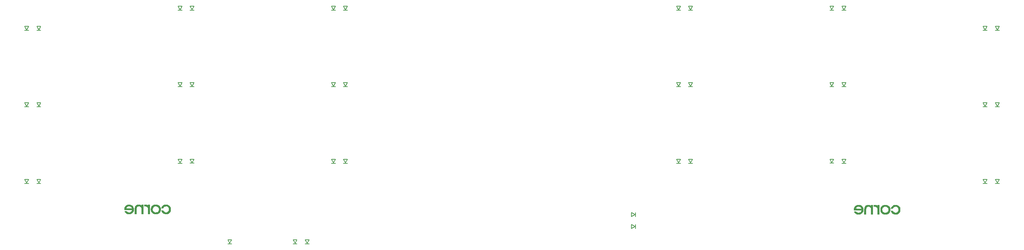
<source format=gbo>
G04 #@! TF.GenerationSoftware,KiCad,Pcbnew,(6.0.8-1)-1*
G04 #@! TF.CreationDate,2023-02-08T14:44:23+02:00*
G04 #@! TF.ProjectId,corne-light,636f726e-652d-46c6-9967-68742e6b6963,2.0*
G04 #@! TF.SameCoordinates,Original*
G04 #@! TF.FileFunction,Legend,Bot*
G04 #@! TF.FilePolarity,Positive*
%FSLAX46Y46*%
G04 Gerber Fmt 4.6, Leading zero omitted, Abs format (unit mm)*
G04 Created by KiCad (PCBNEW (6.0.8-1)-1) date 2023-02-08 14:44:23*
%MOMM*%
%LPD*%
G01*
G04 APERTURE LIST*
%ADD10C,0.150000*%
%ADD11C,0.010000*%
G04 APERTURE END LIST*
D10*
X271184847Y-84420432D02*
X270184847Y-84420432D01*
X270684847Y-84320432D02*
X271184847Y-83420432D01*
X271184847Y-83420432D02*
X270184847Y-83420432D01*
X270184847Y-83420432D02*
X270684847Y-84320432D01*
X233184847Y-79420432D02*
X232184847Y-79420432D01*
X232184847Y-78420432D02*
X232684847Y-79320432D01*
X232684847Y-79320432D02*
X233184847Y-78420432D01*
X233184847Y-78420432D02*
X232184847Y-78420432D01*
X230184847Y-78415432D02*
X229184847Y-78415432D01*
X229184847Y-78415432D02*
X229684847Y-79315432D01*
X230184847Y-79415432D02*
X229184847Y-79415432D01*
X229684847Y-79315432D02*
X230184847Y-78415432D01*
X194684847Y-79320432D02*
X195184847Y-78420432D01*
X195184847Y-78420432D02*
X194184847Y-78420432D01*
X194184847Y-78420432D02*
X194684847Y-79320432D01*
X195184847Y-79420432D02*
X194184847Y-79420432D01*
X191184847Y-78420432D02*
X191684847Y-79320432D01*
X192184847Y-78420432D02*
X191184847Y-78420432D01*
X192184847Y-79420432D02*
X191184847Y-79420432D01*
X191684847Y-79320432D02*
X192184847Y-78420432D01*
X180037500Y-91645000D02*
X180037500Y-92645000D01*
X180937500Y-92145000D02*
X180037500Y-91645000D01*
X181037500Y-91645000D02*
X181037500Y-92645000D01*
X180037500Y-92645000D02*
X180937500Y-92145000D01*
X181037500Y-94645000D02*
X181037500Y-95645000D01*
X180937500Y-95145000D02*
X180037500Y-94645000D01*
X180037500Y-95645000D02*
X180937500Y-95145000D01*
X180037500Y-94645000D02*
X180037500Y-95645000D01*
X270184847Y-45420432D02*
X270684847Y-46320432D01*
X270684847Y-46320432D02*
X271184847Y-45420432D01*
X271184847Y-46420432D02*
X270184847Y-46420432D01*
X271184847Y-45420432D02*
X270184847Y-45420432D01*
X267684847Y-46320432D02*
X268184847Y-45420432D01*
X268184847Y-46420432D02*
X267184847Y-46420432D01*
X267184847Y-45420432D02*
X267684847Y-46320432D01*
X268184847Y-45420432D02*
X267184847Y-45420432D01*
X233184847Y-41420432D02*
X232184847Y-41420432D01*
X233184847Y-40420432D02*
X232184847Y-40420432D01*
X232684847Y-41320432D02*
X233184847Y-40420432D01*
X232184847Y-40420432D02*
X232684847Y-41320432D01*
X229184847Y-40415432D02*
X229684847Y-41315432D01*
X230184847Y-40415432D02*
X229184847Y-40415432D01*
X230184847Y-41415432D02*
X229184847Y-41415432D01*
X229684847Y-41315432D02*
X230184847Y-40415432D01*
X194184847Y-40420432D02*
X194684847Y-41320432D01*
X194684847Y-41320432D02*
X195184847Y-40420432D01*
X195184847Y-41420432D02*
X194184847Y-41420432D01*
X195184847Y-40420432D02*
X194184847Y-40420432D01*
X192184847Y-41420432D02*
X191184847Y-41420432D01*
X191184847Y-40420432D02*
X191684847Y-41320432D01*
X192184847Y-40420432D02*
X191184847Y-40420432D01*
X191684847Y-41320432D02*
X192184847Y-40420432D01*
X270184847Y-64420432D02*
X270684847Y-65320432D01*
X271184847Y-64420432D02*
X270184847Y-64420432D01*
X270684847Y-65320432D02*
X271184847Y-64420432D01*
X271184847Y-65420432D02*
X270184847Y-65420432D01*
X267684847Y-65320432D02*
X268184847Y-64420432D01*
X268184847Y-64420432D02*
X267184847Y-64420432D01*
X268184847Y-65420432D02*
X267184847Y-65420432D01*
X267184847Y-64420432D02*
X267684847Y-65320432D01*
X233184847Y-59420432D02*
X232184847Y-59420432D01*
X232684847Y-60320432D02*
X233184847Y-59420432D01*
X232184847Y-59420432D02*
X232684847Y-60320432D01*
X233184847Y-60420432D02*
X232184847Y-60420432D01*
X229184847Y-59415432D02*
X229684847Y-60315432D01*
X230184847Y-59415432D02*
X229184847Y-59415432D01*
X230184847Y-60415432D02*
X229184847Y-60415432D01*
X229684847Y-60315432D02*
X230184847Y-59415432D01*
X194184847Y-59420432D02*
X194684847Y-60320432D01*
X195184847Y-60420432D02*
X194184847Y-60420432D01*
X194684847Y-60320432D02*
X195184847Y-59420432D01*
X195184847Y-59420432D02*
X194184847Y-59420432D01*
X33687500Y-83420000D02*
X32687500Y-83420000D01*
X33187500Y-84320000D02*
X33687500Y-83420000D01*
X32687500Y-83420000D02*
X33187500Y-84320000D01*
X33687500Y-84420000D02*
X32687500Y-84420000D01*
X33687500Y-64420000D02*
X32687500Y-64420000D01*
X33187500Y-65320000D02*
X33687500Y-64420000D01*
X32687500Y-64420000D02*
X33187500Y-65320000D01*
X33687500Y-65420000D02*
X32687500Y-65420000D01*
X33187500Y-46320000D02*
X33687500Y-45420000D01*
X33687500Y-45420000D02*
X32687500Y-45420000D01*
X33687500Y-46420000D02*
X32687500Y-46420000D01*
X32687500Y-45420000D02*
X33187500Y-46320000D01*
X191184847Y-59420432D02*
X191684847Y-60320432D01*
X192184847Y-60420432D02*
X191184847Y-60420432D01*
X191684847Y-60320432D02*
X192184847Y-59420432D01*
X192184847Y-59420432D02*
X191184847Y-59420432D01*
X99687500Y-99305000D02*
X100187500Y-98405000D01*
X100187500Y-98405000D02*
X99187500Y-98405000D01*
X100187500Y-99405000D02*
X99187500Y-99405000D01*
X99187500Y-98405000D02*
X99687500Y-99305000D01*
X97187500Y-99405000D02*
X96187500Y-99405000D01*
X96687500Y-99305000D02*
X97187500Y-98405000D01*
X97187500Y-98405000D02*
X96187500Y-98405000D01*
X96187500Y-98405000D02*
X96687500Y-99305000D01*
X81007500Y-98410000D02*
X80007500Y-98410000D01*
X80007500Y-98410000D02*
X80507500Y-99310000D01*
X80507500Y-99310000D02*
X81007500Y-98410000D01*
X81007500Y-99410000D02*
X80007500Y-99410000D01*
X109187500Y-79320000D02*
X109687500Y-78420000D01*
X109687500Y-78420000D02*
X108687500Y-78420000D01*
X108687500Y-78420000D02*
X109187500Y-79320000D01*
X109687500Y-79420000D02*
X108687500Y-79420000D01*
X105687500Y-78420000D02*
X106187500Y-79320000D01*
X106687500Y-79420000D02*
X105687500Y-79420000D01*
X106187500Y-79320000D02*
X106687500Y-78420000D01*
X106687500Y-78420000D02*
X105687500Y-78420000D01*
X71687500Y-79415000D02*
X70687500Y-79415000D01*
X71187500Y-79315000D02*
X71687500Y-78415000D01*
X70687500Y-78415000D02*
X71187500Y-79315000D01*
X71687500Y-78415000D02*
X70687500Y-78415000D01*
X68187500Y-79320000D02*
X68687500Y-78420000D01*
X68687500Y-79420000D02*
X67687500Y-79420000D01*
X67687500Y-78420000D02*
X68187500Y-79320000D01*
X68687500Y-78420000D02*
X67687500Y-78420000D01*
X29687500Y-83416875D02*
X30187500Y-84316875D01*
X30687500Y-83416875D02*
X29687500Y-83416875D01*
X30187500Y-84316875D02*
X30687500Y-83416875D01*
X30687500Y-84416875D02*
X29687500Y-84416875D01*
X108687500Y-59420000D02*
X109187500Y-60320000D01*
X109687500Y-60420000D02*
X108687500Y-60420000D01*
X109687500Y-59420000D02*
X108687500Y-59420000D01*
X109187500Y-60320000D02*
X109687500Y-59420000D01*
X106687500Y-59420000D02*
X105687500Y-59420000D01*
X105687500Y-59420000D02*
X106187500Y-60320000D01*
X106687500Y-60420000D02*
X105687500Y-60420000D01*
X106187500Y-60320000D02*
X106687500Y-59420000D01*
X71687500Y-59415000D02*
X70687500Y-59415000D01*
X71687500Y-60415000D02*
X70687500Y-60415000D01*
X71187500Y-60315000D02*
X71687500Y-59415000D01*
X70687500Y-59415000D02*
X71187500Y-60315000D01*
X67687500Y-59420000D02*
X68187500Y-60320000D01*
X68687500Y-59420000D02*
X67687500Y-59420000D01*
X68187500Y-60320000D02*
X68687500Y-59420000D01*
X68687500Y-60420000D02*
X67687500Y-60420000D01*
X30687500Y-65416875D02*
X29687500Y-65416875D01*
X29687500Y-64416875D02*
X30187500Y-65316875D01*
X30687500Y-64416875D02*
X29687500Y-64416875D01*
X30187500Y-65316875D02*
X30687500Y-64416875D01*
X109187500Y-41320000D02*
X109687500Y-40420000D01*
X109687500Y-41420000D02*
X108687500Y-41420000D01*
X108687500Y-40420000D02*
X109187500Y-41320000D01*
X109687500Y-40420000D02*
X108687500Y-40420000D01*
X106187500Y-41320000D02*
X106687500Y-40420000D01*
X106687500Y-41420000D02*
X105687500Y-41420000D01*
X106687500Y-40420000D02*
X105687500Y-40420000D01*
X105687500Y-40420000D02*
X106187500Y-41320000D01*
X71187500Y-41315000D02*
X71687500Y-40415000D01*
X71687500Y-40415000D02*
X70687500Y-40415000D01*
X70687500Y-40415000D02*
X71187500Y-41315000D01*
X71687500Y-41415000D02*
X70687500Y-41415000D01*
X68187500Y-41320000D02*
X68687500Y-40420000D01*
X68687500Y-41420000D02*
X67687500Y-41420000D01*
X67687500Y-40420000D02*
X68187500Y-41320000D01*
X68687500Y-40420000D02*
X67687500Y-40420000D01*
X30187500Y-46316875D02*
X30687500Y-45416875D01*
X29687500Y-45416875D02*
X30187500Y-46316875D01*
X30687500Y-45416875D02*
X29687500Y-45416875D01*
X30687500Y-46416875D02*
X29687500Y-46416875D01*
X268184847Y-83420432D02*
X267184847Y-83420432D01*
X267184847Y-83420432D02*
X267684847Y-84320432D01*
X267684847Y-84320432D02*
X268184847Y-83420432D01*
X268184847Y-84420432D02*
X267184847Y-84420432D01*
G36*
X57948505Y-89698211D02*
G01*
X58118176Y-89704616D01*
X58250522Y-89723282D01*
X58356545Y-89757569D01*
X58447248Y-89810836D01*
X58533636Y-89886442D01*
X58615900Y-89968707D01*
X58615900Y-89710800D01*
X59047700Y-89710800D01*
X59047700Y-91971400D01*
X58615900Y-91971400D01*
X58615900Y-91302910D01*
X58615874Y-91246907D01*
X58614783Y-91022585D01*
X58611223Y-90841327D01*
X58604004Y-90696805D01*
X58591933Y-90582689D01*
X58573821Y-90492652D01*
X58548477Y-90420365D01*
X58514709Y-90359501D01*
X58471327Y-90303731D01*
X58417140Y-90246726D01*
X58337236Y-90176472D01*
X58225138Y-90111694D01*
X58095159Y-90076817D01*
X57932688Y-90066400D01*
X57878220Y-90067999D01*
X57709897Y-90097984D01*
X57574470Y-90165106D01*
X57473563Y-90268307D01*
X57408803Y-90406534D01*
X57400905Y-90437809D01*
X57390781Y-90500037D01*
X57383078Y-90583882D01*
X57377537Y-90695177D01*
X57373900Y-90839758D01*
X57371907Y-91023457D01*
X57371300Y-91252110D01*
X57371300Y-91971400D01*
X56939500Y-91971400D01*
X56939692Y-91304650D01*
X56940373Y-91155353D01*
X56942926Y-90971330D01*
X56947097Y-90802049D01*
X56952597Y-90656525D01*
X56959136Y-90543770D01*
X56966425Y-90472800D01*
X56977832Y-90410354D01*
X57041121Y-90201378D01*
X57138452Y-90028673D01*
X57271702Y-89889513D01*
X57442749Y-89781171D01*
X57496930Y-89755005D01*
X57560699Y-89728181D01*
X57621010Y-89711455D01*
X57691425Y-89702451D01*
X57785509Y-89698791D01*
X57916826Y-89698100D01*
X57948505Y-89698211D01*
G37*
D11*
X57948505Y-89698211D02*
X58118176Y-89704616D01*
X58250522Y-89723282D01*
X58356545Y-89757569D01*
X58447248Y-89810836D01*
X58533636Y-89886442D01*
X58615900Y-89968707D01*
X58615900Y-89710800D01*
X59047700Y-89710800D01*
X59047700Y-91971400D01*
X58615900Y-91971400D01*
X58615900Y-91302910D01*
X58615874Y-91246907D01*
X58614783Y-91022585D01*
X58611223Y-90841327D01*
X58604004Y-90696805D01*
X58591933Y-90582689D01*
X58573821Y-90492652D01*
X58548477Y-90420365D01*
X58514709Y-90359501D01*
X58471327Y-90303731D01*
X58417140Y-90246726D01*
X58337236Y-90176472D01*
X58225138Y-90111694D01*
X58095159Y-90076817D01*
X57932688Y-90066400D01*
X57878220Y-90067999D01*
X57709897Y-90097984D01*
X57574470Y-90165106D01*
X57473563Y-90268307D01*
X57408803Y-90406534D01*
X57400905Y-90437809D01*
X57390781Y-90500037D01*
X57383078Y-90583882D01*
X57377537Y-90695177D01*
X57373900Y-90839758D01*
X57371907Y-91023457D01*
X57371300Y-91252110D01*
X57371300Y-91971400D01*
X56939500Y-91971400D01*
X56939692Y-91304650D01*
X56940373Y-91155353D01*
X56942926Y-90971330D01*
X56947097Y-90802049D01*
X56952597Y-90656525D01*
X56959136Y-90543770D01*
X56966425Y-90472800D01*
X56977832Y-90410354D01*
X57041121Y-90201378D01*
X57138452Y-90028673D01*
X57271702Y-89889513D01*
X57442749Y-89781171D01*
X57496930Y-89755005D01*
X57560699Y-89728181D01*
X57621010Y-89711455D01*
X57691425Y-89702451D01*
X57785509Y-89698791D01*
X57916826Y-89698100D01*
X57948505Y-89698211D01*
G36*
X64803745Y-89691892D02*
G01*
X64987717Y-89715914D01*
X65143700Y-89759802D01*
X65146931Y-89761085D01*
X65351124Y-89868316D01*
X65530238Y-90014026D01*
X65676503Y-90190543D01*
X65782149Y-90390197D01*
X65801770Y-90443494D01*
X65821202Y-90515236D01*
X65832879Y-90596188D01*
X65838581Y-90700194D01*
X65840086Y-90841100D01*
X65835707Y-91010430D01*
X65818309Y-91162138D01*
X65783730Y-91292887D01*
X65727840Y-91417841D01*
X65646511Y-91552165D01*
X65579617Y-91637289D01*
X65440240Y-91762860D01*
X65270549Y-91870877D01*
X65082913Y-91953943D01*
X64889700Y-92004664D01*
X64694182Y-92020194D01*
X64460440Y-91997913D01*
X64233593Y-91934811D01*
X64024736Y-91834131D01*
X63844962Y-91699119D01*
X63806071Y-91658876D01*
X63731631Y-91564041D01*
X63660622Y-91454252D01*
X63600576Y-91342781D01*
X63559025Y-91242902D01*
X63543500Y-91167887D01*
X63545003Y-91142594D01*
X63556505Y-91122992D01*
X63588216Y-91112620D01*
X63650332Y-91108561D01*
X63753050Y-91107895D01*
X63962600Y-91107990D01*
X64009233Y-91221389D01*
X64030816Y-91268106D01*
X64129026Y-91407622D01*
X64260210Y-91517291D01*
X64415928Y-91593785D01*
X64587741Y-91633773D01*
X64767211Y-91633926D01*
X64945898Y-91590915D01*
X65093221Y-91519303D01*
X65228096Y-91407138D01*
X65333825Y-91256531D01*
X65356887Y-91208322D01*
X65402741Y-91054327D01*
X65423427Y-90880402D01*
X65417644Y-90704924D01*
X65384093Y-90546267D01*
X65377895Y-90528547D01*
X65296047Y-90375526D01*
X65175984Y-90246089D01*
X65026435Y-90146221D01*
X64856131Y-90081910D01*
X64673801Y-90059142D01*
X64631915Y-90060461D01*
X64467136Y-90089854D01*
X64311537Y-90153012D01*
X64175362Y-90243503D01*
X64068857Y-90354894D01*
X64002267Y-90480754D01*
X63971361Y-90574399D01*
X63757431Y-90574400D01*
X63710471Y-90574343D01*
X63615888Y-90571149D01*
X63563202Y-90557261D01*
X63545917Y-90524761D01*
X63557536Y-90465731D01*
X63591563Y-90372254D01*
X63626218Y-90292188D01*
X63743778Y-90106988D01*
X63900707Y-89949036D01*
X64092150Y-89822639D01*
X64313252Y-89732102D01*
X64427951Y-89705988D01*
X64610813Y-89688372D01*
X64803745Y-89691892D01*
G37*
X64803745Y-89691892D02*
X64987717Y-89715914D01*
X65143700Y-89759802D01*
X65146931Y-89761085D01*
X65351124Y-89868316D01*
X65530238Y-90014026D01*
X65676503Y-90190543D01*
X65782149Y-90390197D01*
X65801770Y-90443494D01*
X65821202Y-90515236D01*
X65832879Y-90596188D01*
X65838581Y-90700194D01*
X65840086Y-90841100D01*
X65835707Y-91010430D01*
X65818309Y-91162138D01*
X65783730Y-91292887D01*
X65727840Y-91417841D01*
X65646511Y-91552165D01*
X65579617Y-91637289D01*
X65440240Y-91762860D01*
X65270549Y-91870877D01*
X65082913Y-91953943D01*
X64889700Y-92004664D01*
X64694182Y-92020194D01*
X64460440Y-91997913D01*
X64233593Y-91934811D01*
X64024736Y-91834131D01*
X63844962Y-91699119D01*
X63806071Y-91658876D01*
X63731631Y-91564041D01*
X63660622Y-91454252D01*
X63600576Y-91342781D01*
X63559025Y-91242902D01*
X63543500Y-91167887D01*
X63545003Y-91142594D01*
X63556505Y-91122992D01*
X63588216Y-91112620D01*
X63650332Y-91108561D01*
X63753050Y-91107895D01*
X63962600Y-91107990D01*
X64009233Y-91221389D01*
X64030816Y-91268106D01*
X64129026Y-91407622D01*
X64260210Y-91517291D01*
X64415928Y-91593785D01*
X64587741Y-91633773D01*
X64767211Y-91633926D01*
X64945898Y-91590915D01*
X65093221Y-91519303D01*
X65228096Y-91407138D01*
X65333825Y-91256531D01*
X65356887Y-91208322D01*
X65402741Y-91054327D01*
X65423427Y-90880402D01*
X65417644Y-90704924D01*
X65384093Y-90546267D01*
X65377895Y-90528547D01*
X65296047Y-90375526D01*
X65175984Y-90246089D01*
X65026435Y-90146221D01*
X64856131Y-90081910D01*
X64673801Y-90059142D01*
X64631915Y-90060461D01*
X64467136Y-90089854D01*
X64311537Y-90153012D01*
X64175362Y-90243503D01*
X64068857Y-90354894D01*
X64002267Y-90480754D01*
X63971361Y-90574399D01*
X63757431Y-90574400D01*
X63710471Y-90574343D01*
X63615888Y-90571149D01*
X63563202Y-90557261D01*
X63545917Y-90524761D01*
X63557536Y-90465731D01*
X63591563Y-90372254D01*
X63626218Y-90292188D01*
X63743778Y-90106988D01*
X63900707Y-89949036D01*
X64092150Y-89822639D01*
X64313252Y-89732102D01*
X64427951Y-89705988D01*
X64610813Y-89688372D01*
X64803745Y-89691892D01*
G36*
X63328849Y-91143876D02*
G01*
X63294663Y-91268102D01*
X63256318Y-91370895D01*
X63205444Y-91465986D01*
X63074845Y-91635635D01*
X62907879Y-91783093D01*
X62713147Y-91901401D01*
X62499247Y-91983599D01*
X62466426Y-91991729D01*
X62320940Y-92011650D01*
X62151219Y-92016287D01*
X61975665Y-92006467D01*
X61812679Y-91983019D01*
X61680660Y-91946770D01*
X61605759Y-91915421D01*
X61397321Y-91796769D01*
X61220725Y-91646574D01*
X61081481Y-91470172D01*
X60985095Y-91272900D01*
X60982144Y-91264275D01*
X60954957Y-91142551D01*
X60939975Y-90990313D01*
X60938028Y-90882298D01*
X61343007Y-90882298D01*
X61364990Y-91059401D01*
X61417980Y-91215466D01*
X61422413Y-91224341D01*
X61529590Y-91380677D01*
X61674056Y-91504347D01*
X61851336Y-91591468D01*
X61963896Y-91622243D01*
X62167311Y-91638463D01*
X62372302Y-91608118D01*
X62569042Y-91532020D01*
X62575826Y-91528365D01*
X62669822Y-91457702D01*
X62763805Y-91356333D01*
X62844206Y-91240941D01*
X62897459Y-91128207D01*
X62917591Y-91046866D01*
X62931926Y-90899224D01*
X62926567Y-90742526D01*
X62902581Y-90595807D01*
X62861035Y-90478101D01*
X62756055Y-90324360D01*
X62622066Y-90205270D01*
X62466876Y-90121522D01*
X62297851Y-90072949D01*
X62122358Y-90059386D01*
X61947764Y-90080666D01*
X61781436Y-90136623D01*
X61630739Y-90227092D01*
X61503042Y-90351906D01*
X61405711Y-90510900D01*
X61393379Y-90540421D01*
X61352361Y-90703017D01*
X61343007Y-90882298D01*
X60938028Y-90882298D01*
X60936970Y-90823580D01*
X60945715Y-90658371D01*
X60965982Y-90510705D01*
X60997544Y-90396600D01*
X61062092Y-90261816D01*
X61195675Y-90073222D01*
X61363825Y-89919865D01*
X61563475Y-89803807D01*
X61791560Y-89727111D01*
X62045014Y-89691840D01*
X62221095Y-89689147D01*
X62406970Y-89707281D01*
X62578295Y-89752053D01*
X62752581Y-89826803D01*
X62796640Y-89850069D01*
X62985313Y-89982687D01*
X63138643Y-90148365D01*
X63254150Y-90342052D01*
X63329350Y-90558693D01*
X63361762Y-90793236D01*
X63356252Y-90899224D01*
X63348901Y-91040628D01*
X63328849Y-91143876D01*
G37*
X63328849Y-91143876D02*
X63294663Y-91268102D01*
X63256318Y-91370895D01*
X63205444Y-91465986D01*
X63074845Y-91635635D01*
X62907879Y-91783093D01*
X62713147Y-91901401D01*
X62499247Y-91983599D01*
X62466426Y-91991729D01*
X62320940Y-92011650D01*
X62151219Y-92016287D01*
X61975665Y-92006467D01*
X61812679Y-91983019D01*
X61680660Y-91946770D01*
X61605759Y-91915421D01*
X61397321Y-91796769D01*
X61220725Y-91646574D01*
X61081481Y-91470172D01*
X60985095Y-91272900D01*
X60982144Y-91264275D01*
X60954957Y-91142551D01*
X60939975Y-90990313D01*
X60938028Y-90882298D01*
X61343007Y-90882298D01*
X61364990Y-91059401D01*
X61417980Y-91215466D01*
X61422413Y-91224341D01*
X61529590Y-91380677D01*
X61674056Y-91504347D01*
X61851336Y-91591468D01*
X61963896Y-91622243D01*
X62167311Y-91638463D01*
X62372302Y-91608118D01*
X62569042Y-91532020D01*
X62575826Y-91528365D01*
X62669822Y-91457702D01*
X62763805Y-91356333D01*
X62844206Y-91240941D01*
X62897459Y-91128207D01*
X62917591Y-91046866D01*
X62931926Y-90899224D01*
X62926567Y-90742526D01*
X62902581Y-90595807D01*
X62861035Y-90478101D01*
X62756055Y-90324360D01*
X62622066Y-90205270D01*
X62466876Y-90121522D01*
X62297851Y-90072949D01*
X62122358Y-90059386D01*
X61947764Y-90080666D01*
X61781436Y-90136623D01*
X61630739Y-90227092D01*
X61503042Y-90351906D01*
X61405711Y-90510900D01*
X61393379Y-90540421D01*
X61352361Y-90703017D01*
X61343007Y-90882298D01*
X60938028Y-90882298D01*
X60936970Y-90823580D01*
X60945715Y-90658371D01*
X60965982Y-90510705D01*
X60997544Y-90396600D01*
X61062092Y-90261816D01*
X61195675Y-90073222D01*
X61363825Y-89919865D01*
X61563475Y-89803807D01*
X61791560Y-89727111D01*
X62045014Y-89691840D01*
X62221095Y-89689147D01*
X62406970Y-89707281D01*
X62578295Y-89752053D01*
X62752581Y-89826803D01*
X62796640Y-89850069D01*
X62985313Y-89982687D01*
X63138643Y-90148365D01*
X63254150Y-90342052D01*
X63329350Y-90558693D01*
X63361762Y-90793236D01*
X63356252Y-90899224D01*
X63348901Y-91040628D01*
X63328849Y-91143876D01*
G36*
X59683958Y-89679536D02*
G01*
X59857202Y-89721267D01*
X60009054Y-89792357D01*
X60127231Y-89888946D01*
X60178000Y-89945358D01*
X60203400Y-89723500D01*
X60412950Y-89716122D01*
X60622500Y-89708745D01*
X60622500Y-91971400D01*
X60190700Y-91971400D01*
X60190700Y-90578838D01*
X60107611Y-90417869D01*
X60058734Y-90336179D01*
X59937119Y-90201056D01*
X59788548Y-90105922D01*
X59619149Y-90054139D01*
X59435050Y-90049068D01*
X59301700Y-90062729D01*
X59301700Y-89691961D01*
X59447763Y-89675436D01*
X59501610Y-89671025D01*
X59683958Y-89679536D01*
G37*
X59683958Y-89679536D02*
X59857202Y-89721267D01*
X60009054Y-89792357D01*
X60127231Y-89888946D01*
X60178000Y-89945358D01*
X60203400Y-89723500D01*
X60412950Y-89716122D01*
X60622500Y-89708745D01*
X60622500Y-91971400D01*
X60190700Y-91971400D01*
X60190700Y-90578838D01*
X60107611Y-90417869D01*
X60058734Y-90336179D01*
X59937119Y-90201056D01*
X59788548Y-90105922D01*
X59619149Y-90054139D01*
X59435050Y-90049068D01*
X59301700Y-90062729D01*
X59301700Y-89691961D01*
X59447763Y-89675436D01*
X59501610Y-89671025D01*
X59683958Y-89679536D01*
G36*
X56687692Y-90888242D02*
G01*
X56657156Y-91138299D01*
X56637999Y-91215249D01*
X56551626Y-91427590D01*
X56424175Y-91615554D01*
X56260575Y-91774023D01*
X56065755Y-91897879D01*
X55844643Y-91982004D01*
X55633327Y-92018535D01*
X55392404Y-92015509D01*
X55155698Y-91968237D01*
X54933010Y-91878773D01*
X54734143Y-91749173D01*
X54703956Y-91722746D01*
X54621226Y-91634606D01*
X54541501Y-91531086D01*
X54476583Y-91428398D01*
X54438270Y-91342750D01*
X54432581Y-91319182D01*
X54437590Y-91300133D01*
X54464967Y-91290122D01*
X54524189Y-91286246D01*
X54624732Y-91285600D01*
X54827987Y-91285600D01*
X54963807Y-91421419D01*
X55078505Y-91520614D01*
X55216197Y-91596329D01*
X55369871Y-91633127D01*
X55552128Y-91635596D01*
X55565096Y-91634683D01*
X55725758Y-91609647D01*
X55861612Y-91558239D01*
X55950789Y-91504256D01*
X56071357Y-91400298D01*
X56167345Y-91279172D01*
X56230783Y-91151649D01*
X56253700Y-91028498D01*
X56253700Y-90955400D01*
X54348700Y-90955400D01*
X54348700Y-90808336D01*
X54364557Y-90612678D01*
X54378648Y-90560688D01*
X54805900Y-90560688D01*
X54805903Y-90561014D01*
X54811212Y-90572444D01*
X54830241Y-90581420D01*
X54868288Y-90588229D01*
X54930649Y-90593158D01*
X55022621Y-90596494D01*
X55149501Y-90598521D01*
X55316586Y-90599528D01*
X55529172Y-90599800D01*
X56252443Y-90599800D01*
X56228235Y-90536127D01*
X56147851Y-90376797D01*
X56028974Y-90235486D01*
X55882440Y-90133844D01*
X55790702Y-90098039D01*
X55631572Y-90066960D01*
X55460767Y-90062014D01*
X55296653Y-90083277D01*
X55157597Y-90130826D01*
X55154539Y-90132383D01*
X55054752Y-90198195D01*
X54960348Y-90285722D01*
X54880975Y-90383173D01*
X54826277Y-90478758D01*
X54805900Y-90560688D01*
X54378648Y-90560688D01*
X54424596Y-90391162D01*
X54525441Y-90192524D01*
X54662921Y-90020847D01*
X54832867Y-89880213D01*
X55031106Y-89774705D01*
X55253470Y-89708406D01*
X55495787Y-89685400D01*
X55715074Y-89699901D01*
X55912397Y-89746746D01*
X56107001Y-89830689D01*
X56219892Y-89898672D01*
X56388921Y-90044563D01*
X56522394Y-90221643D01*
X56618133Y-90424735D01*
X56661778Y-90599800D01*
X56673959Y-90648661D01*
X56687692Y-90888242D01*
G37*
X56687692Y-90888242D02*
X56657156Y-91138299D01*
X56637999Y-91215249D01*
X56551626Y-91427590D01*
X56424175Y-91615554D01*
X56260575Y-91774023D01*
X56065755Y-91897879D01*
X55844643Y-91982004D01*
X55633327Y-92018535D01*
X55392404Y-92015509D01*
X55155698Y-91968237D01*
X54933010Y-91878773D01*
X54734143Y-91749173D01*
X54703956Y-91722746D01*
X54621226Y-91634606D01*
X54541501Y-91531086D01*
X54476583Y-91428398D01*
X54438270Y-91342750D01*
X54432581Y-91319182D01*
X54437590Y-91300133D01*
X54464967Y-91290122D01*
X54524189Y-91286246D01*
X54624732Y-91285600D01*
X54827987Y-91285600D01*
X54963807Y-91421419D01*
X55078505Y-91520614D01*
X55216197Y-91596329D01*
X55369871Y-91633127D01*
X55552128Y-91635596D01*
X55565096Y-91634683D01*
X55725758Y-91609647D01*
X55861612Y-91558239D01*
X55950789Y-91504256D01*
X56071357Y-91400298D01*
X56167345Y-91279172D01*
X56230783Y-91151649D01*
X56253700Y-91028498D01*
X56253700Y-90955400D01*
X54348700Y-90955400D01*
X54348700Y-90808336D01*
X54364557Y-90612678D01*
X54378648Y-90560688D01*
X54805900Y-90560688D01*
X54805903Y-90561014D01*
X54811212Y-90572444D01*
X54830241Y-90581420D01*
X54868288Y-90588229D01*
X54930649Y-90593158D01*
X55022621Y-90596494D01*
X55149501Y-90598521D01*
X55316586Y-90599528D01*
X55529172Y-90599800D01*
X56252443Y-90599800D01*
X56228235Y-90536127D01*
X56147851Y-90376797D01*
X56028974Y-90235486D01*
X55882440Y-90133844D01*
X55790702Y-90098039D01*
X55631572Y-90066960D01*
X55460767Y-90062014D01*
X55296653Y-90083277D01*
X55157597Y-90130826D01*
X55154539Y-90132383D01*
X55054752Y-90198195D01*
X54960348Y-90285722D01*
X54880975Y-90383173D01*
X54826277Y-90478758D01*
X54805900Y-90560688D01*
X54378648Y-90560688D01*
X54424596Y-90391162D01*
X54525441Y-90192524D01*
X54662921Y-90020847D01*
X54832867Y-89880213D01*
X55031106Y-89774705D01*
X55253470Y-89708406D01*
X55495787Y-89685400D01*
X55715074Y-89699901D01*
X55912397Y-89746746D01*
X56107001Y-89830689D01*
X56219892Y-89898672D01*
X56388921Y-90044563D01*
X56522394Y-90221643D01*
X56618133Y-90424735D01*
X56661778Y-90599800D01*
X56673959Y-90648661D01*
X56687692Y-90888242D01*
G36*
X238728505Y-89778211D02*
G01*
X238898176Y-89784616D01*
X239030522Y-89803282D01*
X239136545Y-89837569D01*
X239227248Y-89890836D01*
X239313636Y-89966442D01*
X239395900Y-90048707D01*
X239395900Y-89790800D01*
X239827700Y-89790800D01*
X239827700Y-92051400D01*
X239395900Y-92051400D01*
X239395900Y-91382910D01*
X239395874Y-91326907D01*
X239394783Y-91102585D01*
X239391223Y-90921327D01*
X239384004Y-90776805D01*
X239371933Y-90662689D01*
X239353821Y-90572652D01*
X239328477Y-90500365D01*
X239294709Y-90439501D01*
X239251327Y-90383731D01*
X239197140Y-90326726D01*
X239117236Y-90256472D01*
X239005138Y-90191694D01*
X238875159Y-90156817D01*
X238712688Y-90146400D01*
X238658220Y-90147999D01*
X238489897Y-90177984D01*
X238354470Y-90245106D01*
X238253563Y-90348307D01*
X238188803Y-90486534D01*
X238180905Y-90517809D01*
X238170781Y-90580037D01*
X238163078Y-90663882D01*
X238157537Y-90775177D01*
X238153900Y-90919758D01*
X238151907Y-91103457D01*
X238151300Y-91332110D01*
X238151300Y-92051400D01*
X237719500Y-92051400D01*
X237719692Y-91384650D01*
X237720373Y-91235353D01*
X237722926Y-91051330D01*
X237727097Y-90882049D01*
X237732597Y-90736525D01*
X237739136Y-90623770D01*
X237746425Y-90552800D01*
X237757832Y-90490354D01*
X237821121Y-90281378D01*
X237918452Y-90108673D01*
X238051702Y-89969513D01*
X238222749Y-89861171D01*
X238276930Y-89835005D01*
X238340699Y-89808181D01*
X238401010Y-89791455D01*
X238471425Y-89782451D01*
X238565509Y-89778791D01*
X238696826Y-89778100D01*
X238728505Y-89778211D01*
G37*
X238728505Y-89778211D02*
X238898176Y-89784616D01*
X239030522Y-89803282D01*
X239136545Y-89837569D01*
X239227248Y-89890836D01*
X239313636Y-89966442D01*
X239395900Y-90048707D01*
X239395900Y-89790800D01*
X239827700Y-89790800D01*
X239827700Y-92051400D01*
X239395900Y-92051400D01*
X239395900Y-91382910D01*
X239395874Y-91326907D01*
X239394783Y-91102585D01*
X239391223Y-90921327D01*
X239384004Y-90776805D01*
X239371933Y-90662689D01*
X239353821Y-90572652D01*
X239328477Y-90500365D01*
X239294709Y-90439501D01*
X239251327Y-90383731D01*
X239197140Y-90326726D01*
X239117236Y-90256472D01*
X239005138Y-90191694D01*
X238875159Y-90156817D01*
X238712688Y-90146400D01*
X238658220Y-90147999D01*
X238489897Y-90177984D01*
X238354470Y-90245106D01*
X238253563Y-90348307D01*
X238188803Y-90486534D01*
X238180905Y-90517809D01*
X238170781Y-90580037D01*
X238163078Y-90663882D01*
X238157537Y-90775177D01*
X238153900Y-90919758D01*
X238151907Y-91103457D01*
X238151300Y-91332110D01*
X238151300Y-92051400D01*
X237719500Y-92051400D01*
X237719692Y-91384650D01*
X237720373Y-91235353D01*
X237722926Y-91051330D01*
X237727097Y-90882049D01*
X237732597Y-90736525D01*
X237739136Y-90623770D01*
X237746425Y-90552800D01*
X237757832Y-90490354D01*
X237821121Y-90281378D01*
X237918452Y-90108673D01*
X238051702Y-89969513D01*
X238222749Y-89861171D01*
X238276930Y-89835005D01*
X238340699Y-89808181D01*
X238401010Y-89791455D01*
X238471425Y-89782451D01*
X238565509Y-89778791D01*
X238696826Y-89778100D01*
X238728505Y-89778211D01*
G36*
X245583745Y-89771892D02*
G01*
X245767717Y-89795914D01*
X245923700Y-89839802D01*
X245926931Y-89841085D01*
X246131124Y-89948316D01*
X246310238Y-90094026D01*
X246456503Y-90270543D01*
X246562149Y-90470197D01*
X246581770Y-90523494D01*
X246601202Y-90595236D01*
X246612879Y-90676188D01*
X246618581Y-90780194D01*
X246620086Y-90921100D01*
X246615707Y-91090430D01*
X246598309Y-91242138D01*
X246563730Y-91372887D01*
X246507840Y-91497841D01*
X246426511Y-91632165D01*
X246359617Y-91717289D01*
X246220240Y-91842860D01*
X246050549Y-91950877D01*
X245862913Y-92033943D01*
X245669700Y-92084664D01*
X245474182Y-92100194D01*
X245240440Y-92077913D01*
X245013593Y-92014811D01*
X244804736Y-91914131D01*
X244624962Y-91779119D01*
X244586071Y-91738876D01*
X244511631Y-91644041D01*
X244440622Y-91534252D01*
X244380576Y-91422781D01*
X244339025Y-91322902D01*
X244323500Y-91247887D01*
X244325003Y-91222594D01*
X244336505Y-91202992D01*
X244368216Y-91192620D01*
X244430332Y-91188561D01*
X244533050Y-91187895D01*
X244742600Y-91187990D01*
X244789233Y-91301389D01*
X244810816Y-91348106D01*
X244909026Y-91487622D01*
X245040210Y-91597291D01*
X245195928Y-91673785D01*
X245367741Y-91713773D01*
X245547211Y-91713926D01*
X245725898Y-91670915D01*
X245873221Y-91599303D01*
X246008096Y-91487138D01*
X246113825Y-91336531D01*
X246136887Y-91288322D01*
X246182741Y-91134327D01*
X246203427Y-90960402D01*
X246197644Y-90784924D01*
X246164093Y-90626267D01*
X246157895Y-90608547D01*
X246076047Y-90455526D01*
X245955984Y-90326089D01*
X245806435Y-90226221D01*
X245636131Y-90161910D01*
X245453801Y-90139142D01*
X245411915Y-90140461D01*
X245247136Y-90169854D01*
X245091537Y-90233012D01*
X244955362Y-90323503D01*
X244848857Y-90434894D01*
X244782267Y-90560754D01*
X244751361Y-90654399D01*
X244537431Y-90654400D01*
X244490471Y-90654343D01*
X244395888Y-90651149D01*
X244343202Y-90637261D01*
X244325917Y-90604761D01*
X244337536Y-90545731D01*
X244371563Y-90452254D01*
X244406218Y-90372188D01*
X244523778Y-90186988D01*
X244680707Y-90029036D01*
X244872150Y-89902639D01*
X245093252Y-89812102D01*
X245207951Y-89785988D01*
X245390813Y-89768372D01*
X245583745Y-89771892D01*
G37*
X245583745Y-89771892D02*
X245767717Y-89795914D01*
X245923700Y-89839802D01*
X245926931Y-89841085D01*
X246131124Y-89948316D01*
X246310238Y-90094026D01*
X246456503Y-90270543D01*
X246562149Y-90470197D01*
X246581770Y-90523494D01*
X246601202Y-90595236D01*
X246612879Y-90676188D01*
X246618581Y-90780194D01*
X246620086Y-90921100D01*
X246615707Y-91090430D01*
X246598309Y-91242138D01*
X246563730Y-91372887D01*
X246507840Y-91497841D01*
X246426511Y-91632165D01*
X246359617Y-91717289D01*
X246220240Y-91842860D01*
X246050549Y-91950877D01*
X245862913Y-92033943D01*
X245669700Y-92084664D01*
X245474182Y-92100194D01*
X245240440Y-92077913D01*
X245013593Y-92014811D01*
X244804736Y-91914131D01*
X244624962Y-91779119D01*
X244586071Y-91738876D01*
X244511631Y-91644041D01*
X244440622Y-91534252D01*
X244380576Y-91422781D01*
X244339025Y-91322902D01*
X244323500Y-91247887D01*
X244325003Y-91222594D01*
X244336505Y-91202992D01*
X244368216Y-91192620D01*
X244430332Y-91188561D01*
X244533050Y-91187895D01*
X244742600Y-91187990D01*
X244789233Y-91301389D01*
X244810816Y-91348106D01*
X244909026Y-91487622D01*
X245040210Y-91597291D01*
X245195928Y-91673785D01*
X245367741Y-91713773D01*
X245547211Y-91713926D01*
X245725898Y-91670915D01*
X245873221Y-91599303D01*
X246008096Y-91487138D01*
X246113825Y-91336531D01*
X246136887Y-91288322D01*
X246182741Y-91134327D01*
X246203427Y-90960402D01*
X246197644Y-90784924D01*
X246164093Y-90626267D01*
X246157895Y-90608547D01*
X246076047Y-90455526D01*
X245955984Y-90326089D01*
X245806435Y-90226221D01*
X245636131Y-90161910D01*
X245453801Y-90139142D01*
X245411915Y-90140461D01*
X245247136Y-90169854D01*
X245091537Y-90233012D01*
X244955362Y-90323503D01*
X244848857Y-90434894D01*
X244782267Y-90560754D01*
X244751361Y-90654399D01*
X244537431Y-90654400D01*
X244490471Y-90654343D01*
X244395888Y-90651149D01*
X244343202Y-90637261D01*
X244325917Y-90604761D01*
X244337536Y-90545731D01*
X244371563Y-90452254D01*
X244406218Y-90372188D01*
X244523778Y-90186988D01*
X244680707Y-90029036D01*
X244872150Y-89902639D01*
X245093252Y-89812102D01*
X245207951Y-89785988D01*
X245390813Y-89768372D01*
X245583745Y-89771892D01*
G36*
X240463958Y-89759536D02*
G01*
X240637202Y-89801267D01*
X240789054Y-89872357D01*
X240907231Y-89968946D01*
X240958000Y-90025358D01*
X240983400Y-89803500D01*
X241192950Y-89796122D01*
X241402500Y-89788745D01*
X241402500Y-92051400D01*
X240970700Y-92051400D01*
X240970700Y-90658838D01*
X240887611Y-90497869D01*
X240838734Y-90416179D01*
X240717119Y-90281056D01*
X240568548Y-90185922D01*
X240399149Y-90134139D01*
X240215050Y-90129068D01*
X240081700Y-90142729D01*
X240081700Y-89771961D01*
X240227763Y-89755436D01*
X240281610Y-89751025D01*
X240463958Y-89759536D01*
G37*
X240463958Y-89759536D02*
X240637202Y-89801267D01*
X240789054Y-89872357D01*
X240907231Y-89968946D01*
X240958000Y-90025358D01*
X240983400Y-89803500D01*
X241192950Y-89796122D01*
X241402500Y-89788745D01*
X241402500Y-92051400D01*
X240970700Y-92051400D01*
X240970700Y-90658838D01*
X240887611Y-90497869D01*
X240838734Y-90416179D01*
X240717119Y-90281056D01*
X240568548Y-90185922D01*
X240399149Y-90134139D01*
X240215050Y-90129068D01*
X240081700Y-90142729D01*
X240081700Y-89771961D01*
X240227763Y-89755436D01*
X240281610Y-89751025D01*
X240463958Y-89759536D01*
G36*
X244108849Y-91223876D02*
G01*
X244074663Y-91348102D01*
X244036318Y-91450895D01*
X243985444Y-91545986D01*
X243854845Y-91715635D01*
X243687879Y-91863093D01*
X243493147Y-91981401D01*
X243279247Y-92063599D01*
X243246426Y-92071729D01*
X243100940Y-92091650D01*
X242931219Y-92096287D01*
X242755665Y-92086467D01*
X242592679Y-92063019D01*
X242460660Y-92026770D01*
X242385759Y-91995421D01*
X242177321Y-91876769D01*
X242000725Y-91726574D01*
X241861481Y-91550172D01*
X241765095Y-91352900D01*
X241762144Y-91344275D01*
X241734957Y-91222551D01*
X241719975Y-91070313D01*
X241718028Y-90962298D01*
X242123007Y-90962298D01*
X242144990Y-91139401D01*
X242197980Y-91295466D01*
X242202413Y-91304341D01*
X242309590Y-91460677D01*
X242454056Y-91584347D01*
X242631336Y-91671468D01*
X242743896Y-91702243D01*
X242947311Y-91718463D01*
X243152302Y-91688118D01*
X243349042Y-91612020D01*
X243355826Y-91608365D01*
X243449822Y-91537702D01*
X243543805Y-91436333D01*
X243624206Y-91320941D01*
X243677459Y-91208207D01*
X243697591Y-91126866D01*
X243711926Y-90979224D01*
X243706567Y-90822526D01*
X243682581Y-90675807D01*
X243641035Y-90558101D01*
X243536055Y-90404360D01*
X243402066Y-90285270D01*
X243246876Y-90201522D01*
X243077851Y-90152949D01*
X242902358Y-90139386D01*
X242727764Y-90160666D01*
X242561436Y-90216623D01*
X242410739Y-90307092D01*
X242283042Y-90431906D01*
X242185711Y-90590900D01*
X242173379Y-90620421D01*
X242132361Y-90783017D01*
X242123007Y-90962298D01*
X241718028Y-90962298D01*
X241716970Y-90903580D01*
X241725715Y-90738371D01*
X241745982Y-90590705D01*
X241777544Y-90476600D01*
X241842092Y-90341816D01*
X241975675Y-90153222D01*
X242143825Y-89999865D01*
X242343475Y-89883807D01*
X242571560Y-89807111D01*
X242825014Y-89771840D01*
X243001095Y-89769147D01*
X243186970Y-89787281D01*
X243358295Y-89832053D01*
X243532581Y-89906803D01*
X243576640Y-89930069D01*
X243765313Y-90062687D01*
X243918643Y-90228365D01*
X244034150Y-90422052D01*
X244109350Y-90638693D01*
X244141762Y-90873236D01*
X244136252Y-90979224D01*
X244128901Y-91120628D01*
X244108849Y-91223876D01*
G37*
X244108849Y-91223876D02*
X244074663Y-91348102D01*
X244036318Y-91450895D01*
X243985444Y-91545986D01*
X243854845Y-91715635D01*
X243687879Y-91863093D01*
X243493147Y-91981401D01*
X243279247Y-92063599D01*
X243246426Y-92071729D01*
X243100940Y-92091650D01*
X242931219Y-92096287D01*
X242755665Y-92086467D01*
X242592679Y-92063019D01*
X242460660Y-92026770D01*
X242385759Y-91995421D01*
X242177321Y-91876769D01*
X242000725Y-91726574D01*
X241861481Y-91550172D01*
X241765095Y-91352900D01*
X241762144Y-91344275D01*
X241734957Y-91222551D01*
X241719975Y-91070313D01*
X241718028Y-90962298D01*
X242123007Y-90962298D01*
X242144990Y-91139401D01*
X242197980Y-91295466D01*
X242202413Y-91304341D01*
X242309590Y-91460677D01*
X242454056Y-91584347D01*
X242631336Y-91671468D01*
X242743896Y-91702243D01*
X242947311Y-91718463D01*
X243152302Y-91688118D01*
X243349042Y-91612020D01*
X243355826Y-91608365D01*
X243449822Y-91537702D01*
X243543805Y-91436333D01*
X243624206Y-91320941D01*
X243677459Y-91208207D01*
X243697591Y-91126866D01*
X243711926Y-90979224D01*
X243706567Y-90822526D01*
X243682581Y-90675807D01*
X243641035Y-90558101D01*
X243536055Y-90404360D01*
X243402066Y-90285270D01*
X243246876Y-90201522D01*
X243077851Y-90152949D01*
X242902358Y-90139386D01*
X242727764Y-90160666D01*
X242561436Y-90216623D01*
X242410739Y-90307092D01*
X242283042Y-90431906D01*
X242185711Y-90590900D01*
X242173379Y-90620421D01*
X242132361Y-90783017D01*
X242123007Y-90962298D01*
X241718028Y-90962298D01*
X241716970Y-90903580D01*
X241725715Y-90738371D01*
X241745982Y-90590705D01*
X241777544Y-90476600D01*
X241842092Y-90341816D01*
X241975675Y-90153222D01*
X242143825Y-89999865D01*
X242343475Y-89883807D01*
X242571560Y-89807111D01*
X242825014Y-89771840D01*
X243001095Y-89769147D01*
X243186970Y-89787281D01*
X243358295Y-89832053D01*
X243532581Y-89906803D01*
X243576640Y-89930069D01*
X243765313Y-90062687D01*
X243918643Y-90228365D01*
X244034150Y-90422052D01*
X244109350Y-90638693D01*
X244141762Y-90873236D01*
X244136252Y-90979224D01*
X244128901Y-91120628D01*
X244108849Y-91223876D01*
G36*
X237467692Y-90968242D02*
G01*
X237437156Y-91218299D01*
X237417999Y-91295249D01*
X237331626Y-91507590D01*
X237204175Y-91695554D01*
X237040575Y-91854023D01*
X236845755Y-91977879D01*
X236624643Y-92062004D01*
X236413327Y-92098535D01*
X236172404Y-92095509D01*
X235935698Y-92048237D01*
X235713010Y-91958773D01*
X235514143Y-91829173D01*
X235483956Y-91802746D01*
X235401226Y-91714606D01*
X235321501Y-91611086D01*
X235256583Y-91508398D01*
X235218270Y-91422750D01*
X235212581Y-91399182D01*
X235217590Y-91380133D01*
X235244967Y-91370122D01*
X235304189Y-91366246D01*
X235404732Y-91365600D01*
X235607987Y-91365600D01*
X235743807Y-91501419D01*
X235858505Y-91600614D01*
X235996197Y-91676329D01*
X236149871Y-91713127D01*
X236332128Y-91715596D01*
X236345096Y-91714683D01*
X236505758Y-91689647D01*
X236641612Y-91638239D01*
X236730789Y-91584256D01*
X236851357Y-91480298D01*
X236947345Y-91359172D01*
X237010783Y-91231649D01*
X237033700Y-91108498D01*
X237033700Y-91035400D01*
X235128700Y-91035400D01*
X235128700Y-90888336D01*
X235144557Y-90692678D01*
X235158648Y-90640688D01*
X235585900Y-90640688D01*
X235585903Y-90641014D01*
X235591212Y-90652444D01*
X235610241Y-90661420D01*
X235648288Y-90668229D01*
X235710649Y-90673158D01*
X235802621Y-90676494D01*
X235929501Y-90678521D01*
X236096586Y-90679528D01*
X236309172Y-90679800D01*
X237032443Y-90679800D01*
X237008235Y-90616127D01*
X236927851Y-90456797D01*
X236808974Y-90315486D01*
X236662440Y-90213844D01*
X236570702Y-90178039D01*
X236411572Y-90146960D01*
X236240767Y-90142014D01*
X236076653Y-90163277D01*
X235937597Y-90210826D01*
X235934539Y-90212383D01*
X235834752Y-90278195D01*
X235740348Y-90365722D01*
X235660975Y-90463173D01*
X235606277Y-90558758D01*
X235585900Y-90640688D01*
X235158648Y-90640688D01*
X235204596Y-90471162D01*
X235305441Y-90272524D01*
X235442921Y-90100847D01*
X235612867Y-89960213D01*
X235811106Y-89854705D01*
X236033470Y-89788406D01*
X236275787Y-89765400D01*
X236495074Y-89779901D01*
X236692397Y-89826746D01*
X236887001Y-89910689D01*
X236999892Y-89978672D01*
X237168921Y-90124563D01*
X237302394Y-90301643D01*
X237398133Y-90504735D01*
X237441778Y-90679800D01*
X237453959Y-90728661D01*
X237467692Y-90968242D01*
G37*
X237467692Y-90968242D02*
X237437156Y-91218299D01*
X237417999Y-91295249D01*
X237331626Y-91507590D01*
X237204175Y-91695554D01*
X237040575Y-91854023D01*
X236845755Y-91977879D01*
X236624643Y-92062004D01*
X236413327Y-92098535D01*
X236172404Y-92095509D01*
X235935698Y-92048237D01*
X235713010Y-91958773D01*
X235514143Y-91829173D01*
X235483956Y-91802746D01*
X235401226Y-91714606D01*
X235321501Y-91611086D01*
X235256583Y-91508398D01*
X235218270Y-91422750D01*
X235212581Y-91399182D01*
X235217590Y-91380133D01*
X235244967Y-91370122D01*
X235304189Y-91366246D01*
X235404732Y-91365600D01*
X235607987Y-91365600D01*
X235743807Y-91501419D01*
X235858505Y-91600614D01*
X235996197Y-91676329D01*
X236149871Y-91713127D01*
X236332128Y-91715596D01*
X236345096Y-91714683D01*
X236505758Y-91689647D01*
X236641612Y-91638239D01*
X236730789Y-91584256D01*
X236851357Y-91480298D01*
X236947345Y-91359172D01*
X237010783Y-91231649D01*
X237033700Y-91108498D01*
X237033700Y-91035400D01*
X235128700Y-91035400D01*
X235128700Y-90888336D01*
X235144557Y-90692678D01*
X235158648Y-90640688D01*
X235585900Y-90640688D01*
X235585903Y-90641014D01*
X235591212Y-90652444D01*
X235610241Y-90661420D01*
X235648288Y-90668229D01*
X235710649Y-90673158D01*
X235802621Y-90676494D01*
X235929501Y-90678521D01*
X236096586Y-90679528D01*
X236309172Y-90679800D01*
X237032443Y-90679800D01*
X237008235Y-90616127D01*
X236927851Y-90456797D01*
X236808974Y-90315486D01*
X236662440Y-90213844D01*
X236570702Y-90178039D01*
X236411572Y-90146960D01*
X236240767Y-90142014D01*
X236076653Y-90163277D01*
X235937597Y-90210826D01*
X235934539Y-90212383D01*
X235834752Y-90278195D01*
X235740348Y-90365722D01*
X235660975Y-90463173D01*
X235606277Y-90558758D01*
X235585900Y-90640688D01*
X235158648Y-90640688D01*
X235204596Y-90471162D01*
X235305441Y-90272524D01*
X235442921Y-90100847D01*
X235612867Y-89960213D01*
X235811106Y-89854705D01*
X236033470Y-89788406D01*
X236275787Y-89765400D01*
X236495074Y-89779901D01*
X236692397Y-89826746D01*
X236887001Y-89910689D01*
X236999892Y-89978672D01*
X237168921Y-90124563D01*
X237302394Y-90301643D01*
X237398133Y-90504735D01*
X237441778Y-90679800D01*
X237453959Y-90728661D01*
X237467692Y-90968242D01*
M02*

</source>
